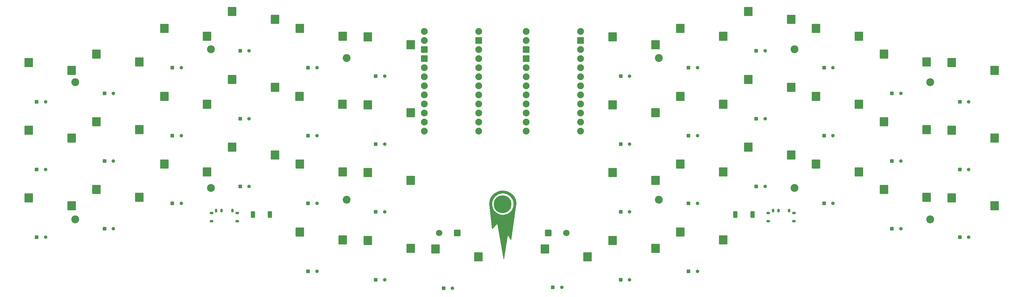
<source format=gbr>
%TF.GenerationSoftware,KiCad,Pcbnew,9.0.4*%
%TF.CreationDate,2025-09-16T20:03:49+03:00*%
%TF.ProjectId,KOMETA,4b4f4d45-5441-42e6-9b69-6361645f7063,rev?*%
%TF.SameCoordinates,Original*%
%TF.FileFunction,Paste,Bot*%
%TF.FilePolarity,Positive*%
%FSLAX46Y46*%
G04 Gerber Fmt 4.6, Leading zero omitted, Abs format (unit mm)*
G04 Created by KiCad (PCBNEW 9.0.4) date 2025-09-16 20:03:49*
%MOMM*%
%LPD*%
G01*
G04 APERTURE LIST*
G04 Aperture macros list*
%AMRoundRect*
0 Rectangle with rounded corners*
0 $1 Rounding radius*
0 $2 $3 $4 $5 $6 $7 $8 $9 X,Y pos of 4 corners*
0 Add a 4 corners polygon primitive as box body*
4,1,4,$2,$3,$4,$5,$6,$7,$8,$9,$2,$3,0*
0 Add four circle primitives for the rounded corners*
1,1,$1+$1,$2,$3*
1,1,$1+$1,$4,$5*
1,1,$1+$1,$6,$7*
1,1,$1+$1,$8,$9*
0 Add four rect primitives between the rounded corners*
20,1,$1+$1,$2,$3,$4,$5,0*
20,1,$1+$1,$4,$5,$6,$7,0*
20,1,$1+$1,$6,$7,$8,$9,0*
20,1,$1+$1,$8,$9,$2,$3,0*%
G04 Aperture macros list end*
%ADD10C,0.000000*%
%ADD11RoundRect,0.200000X0.300000X0.300000X-0.300000X0.300000X-0.300000X-0.300000X0.300000X-0.300000X0*%
%ADD12O,1.000000X1.000000*%
%ADD13C,2.200000*%
%ADD14RoundRect,0.200000X-1.000000X-1.050000X1.000000X-1.050000X1.000000X1.050000X-1.000000X1.050000X0*%
%ADD15RoundRect,0.200000X0.400000X0.700000X-0.400000X0.700000X-0.400000X-0.700000X0.400000X-0.700000X0*%
%ADD16RoundRect,0.199800X0.300200X0.100200X-0.300200X0.100200X-0.300200X-0.100200X0.300200X-0.100200X0*%
%ADD17RoundRect,0.199800X0.100200X-0.300200X0.100200X0.300200X-0.100200X0.300200X-0.100200X-0.300200X0*%
%ADD18C,1.800000*%
%ADD19RoundRect,0.200000X-0.700000X0.700000X-0.700000X-0.700000X0.700000X-0.700000X0.700000X0.700000X0*%
%ADD20O,1.900000X1.900000*%
%ADD21RoundRect,0.250000X-0.700000X-0.700000X0.700000X-0.700000X0.700000X0.700000X-0.700000X0.700000X0*%
%ADD22C,5.000000*%
%ADD23RoundRect,0.200000X0.700000X-0.700000X0.700000X0.700000X-0.700000X0.700000X-0.700000X-0.700000X0*%
%ADD24RoundRect,0.200000X-0.400000X-0.700000X0.400000X-0.700000X0.400000X0.700000X-0.400000X0.700000X0*%
G04 APERTURE END LIST*
D10*
G36*
X207656164Y-161918899D02*
G01*
X207903342Y-161947400D01*
X208148593Y-161992168D01*
X208391087Y-162053188D01*
X208629994Y-162130448D01*
X208864484Y-162223933D01*
X209093726Y-162333630D01*
X209316892Y-162459526D01*
X209536850Y-162593578D01*
X209669239Y-162678585D01*
X209797005Y-162769348D01*
X209919995Y-162865664D01*
X210038055Y-162967333D01*
X210151032Y-163074154D01*
X210258773Y-163185925D01*
X210361124Y-163302444D01*
X210457931Y-163423512D01*
X210549042Y-163548926D01*
X210634304Y-163678485D01*
X210713562Y-163811988D01*
X210786664Y-163949234D01*
X210853456Y-164090022D01*
X210913784Y-164234150D01*
X210967497Y-164381416D01*
X211014439Y-164531621D01*
X211037908Y-164617708D01*
X211059054Y-164704282D01*
X211077873Y-164791295D01*
X211094363Y-164878701D01*
X211108520Y-164966453D01*
X211120341Y-165054504D01*
X211129823Y-165142807D01*
X211136963Y-165231315D01*
X211141758Y-165319982D01*
X211144205Y-165408760D01*
X211144299Y-165497602D01*
X211142039Y-165586462D01*
X211137421Y-165675293D01*
X211130443Y-165764047D01*
X211121099Y-165852679D01*
X211109389Y-165941140D01*
X209738435Y-175683791D01*
X209736928Y-175691875D01*
X209734846Y-175699573D01*
X209732219Y-175706875D01*
X209729081Y-175713778D01*
X209725463Y-175720273D01*
X209721397Y-175726355D01*
X209716915Y-175732017D01*
X209712048Y-175737253D01*
X209706831Y-175742057D01*
X209701293Y-175746422D01*
X209695467Y-175750342D01*
X209689385Y-175753811D01*
X209683080Y-175756821D01*
X209676583Y-175759367D01*
X209669925Y-175761443D01*
X209663140Y-175763042D01*
X209656260Y-175764157D01*
X209649315Y-175764783D01*
X209642339Y-175764912D01*
X209635362Y-175764539D01*
X209628418Y-175763658D01*
X209621538Y-175762261D01*
X209614755Y-175760342D01*
X209608099Y-175757896D01*
X209601604Y-175754916D01*
X209595302Y-175751394D01*
X209589223Y-175747326D01*
X209583401Y-175742704D01*
X209577867Y-175737523D01*
X209572653Y-175731776D01*
X209567792Y-175725456D01*
X209563315Y-175718557D01*
X208922915Y-174641410D01*
X208918472Y-174634562D01*
X208913649Y-174628283D01*
X208908476Y-174622567D01*
X208902986Y-174617408D01*
X208897209Y-174612801D01*
X208891178Y-174608738D01*
X208884923Y-174605215D01*
X208878476Y-174602224D01*
X208871869Y-174599761D01*
X208865133Y-174597819D01*
X208858299Y-174596392D01*
X208851399Y-174595473D01*
X208844465Y-174595058D01*
X208837528Y-174595140D01*
X208830619Y-174595713D01*
X208823770Y-174596771D01*
X208817012Y-174598308D01*
X208810376Y-174600319D01*
X208803895Y-174602796D01*
X208797600Y-174605734D01*
X208791522Y-174609127D01*
X208785692Y-174612969D01*
X208780142Y-174617254D01*
X208774904Y-174621976D01*
X208770009Y-174627129D01*
X208765488Y-174632707D01*
X208761373Y-174638704D01*
X208757695Y-174645114D01*
X208754487Y-174651931D01*
X208751778Y-174659149D01*
X208749601Y-174666762D01*
X208747988Y-174674764D01*
X207717892Y-181073625D01*
X207715918Y-181083194D01*
X207713206Y-181092152D01*
X207709807Y-181100500D01*
X207705769Y-181108237D01*
X207701140Y-181115363D01*
X207695970Y-181121878D01*
X207690307Y-181127781D01*
X207684200Y-181133071D01*
X207677697Y-181137749D01*
X207670848Y-181141813D01*
X207663701Y-181145264D01*
X207656305Y-181148101D01*
X207648708Y-181150323D01*
X207640960Y-181151930D01*
X207633109Y-181152922D01*
X207625204Y-181153299D01*
X207617294Y-181153059D01*
X207609427Y-181152203D01*
X207601652Y-181150729D01*
X207594018Y-181148639D01*
X207586574Y-181145930D01*
X207579368Y-181142603D01*
X207572450Y-181138658D01*
X207565867Y-181134093D01*
X207559669Y-181128909D01*
X207553904Y-181123105D01*
X207548622Y-181116681D01*
X207543870Y-181109636D01*
X207539699Y-181101970D01*
X207536155Y-181093682D01*
X207533289Y-181084773D01*
X207531149Y-181075240D01*
X205799717Y-171394060D01*
X205798135Y-171386768D01*
X205796070Y-171379793D01*
X205793549Y-171373142D01*
X205790596Y-171366821D01*
X205787236Y-171360837D01*
X205783493Y-171355196D01*
X205779393Y-171349905D01*
X205774961Y-171344970D01*
X205770221Y-171340398D01*
X205765198Y-171336195D01*
X205759917Y-171332368D01*
X205754403Y-171328924D01*
X205748680Y-171325869D01*
X205742774Y-171323209D01*
X205736710Y-171320951D01*
X205730512Y-171319102D01*
X205724205Y-171317668D01*
X205717814Y-171316655D01*
X205711364Y-171316071D01*
X205704880Y-171315922D01*
X205698387Y-171316213D01*
X205691908Y-171316953D01*
X205685471Y-171318147D01*
X205679098Y-171319801D01*
X205672815Y-171321923D01*
X205666647Y-171324519D01*
X205660619Y-171327595D01*
X205654756Y-171331159D01*
X205649082Y-171335215D01*
X205643622Y-171339772D01*
X205638402Y-171344836D01*
X205633445Y-171350412D01*
X204515078Y-172705172D01*
X204509962Y-172710918D01*
X204504573Y-172716116D01*
X204498938Y-172720774D01*
X204493085Y-172724900D01*
X204487038Y-172728502D01*
X204480825Y-172731587D01*
X204474472Y-172734163D01*
X204468007Y-172736239D01*
X204461455Y-172737822D01*
X204454843Y-172738920D01*
X204448198Y-172739540D01*
X204441546Y-172739690D01*
X204434914Y-172739379D01*
X204428329Y-172738614D01*
X204421817Y-172737403D01*
X204415404Y-172735753D01*
X204409117Y-172733673D01*
X204402984Y-172731171D01*
X204397030Y-172728253D01*
X204391282Y-172724928D01*
X204385766Y-172721204D01*
X204380510Y-172717089D01*
X204375539Y-172712590D01*
X204370881Y-172707715D01*
X204366562Y-172702472D01*
X204362608Y-172696869D01*
X204359047Y-172690913D01*
X204355904Y-172684613D01*
X204353207Y-172677976D01*
X204350981Y-172671010D01*
X204349254Y-172663723D01*
X204348052Y-172656123D01*
X203582393Y-165824899D01*
X203572866Y-165735227D01*
X203566163Y-165650333D01*
X204360715Y-165650333D01*
X204362081Y-165804091D01*
X204371127Y-165955957D01*
X204387669Y-166105739D01*
X204411522Y-166253248D01*
X204442502Y-166398292D01*
X204480424Y-166540682D01*
X204525103Y-166680225D01*
X204576356Y-166816732D01*
X204633997Y-166950011D01*
X204697841Y-167079872D01*
X204767705Y-167206125D01*
X204843404Y-167328577D01*
X204924753Y-167447040D01*
X205011567Y-167561321D01*
X205103662Y-167671231D01*
X205200854Y-167776578D01*
X205302957Y-167877172D01*
X205409787Y-167972822D01*
X205521160Y-168063337D01*
X205636891Y-168148527D01*
X205756796Y-168228200D01*
X205880689Y-168302167D01*
X206008387Y-168370235D01*
X206139705Y-168432216D01*
X206274457Y-168487917D01*
X206412460Y-168537149D01*
X206553529Y-168579720D01*
X206697480Y-168615439D01*
X206844127Y-168644117D01*
X206993287Y-168665562D01*
X207144774Y-168679583D01*
X207298404Y-168685990D01*
X207452162Y-168684624D01*
X207604027Y-168675578D01*
X207753810Y-168659036D01*
X207901318Y-168635183D01*
X208046363Y-168604203D01*
X208188752Y-168566281D01*
X208328295Y-168521602D01*
X208464802Y-168470349D01*
X208598081Y-168412708D01*
X208727943Y-168348864D01*
X208854195Y-168279000D01*
X208976648Y-168203301D01*
X209095110Y-168121952D01*
X209209392Y-168035138D01*
X209319301Y-167943043D01*
X209424648Y-167845851D01*
X209525242Y-167743748D01*
X209620892Y-167636918D01*
X209711407Y-167525545D01*
X209796597Y-167409813D01*
X209876271Y-167289909D01*
X209950237Y-167166016D01*
X210018306Y-167038318D01*
X210080287Y-166907000D01*
X210135988Y-166772248D01*
X210185220Y-166634245D01*
X210227791Y-166493176D01*
X210263510Y-166349225D01*
X210292188Y-166202578D01*
X210313632Y-166053418D01*
X210327654Y-165901931D01*
X210334060Y-165748301D01*
X210332695Y-165594543D01*
X210323649Y-165442678D01*
X210307107Y-165292895D01*
X210283254Y-165145386D01*
X210252274Y-165000342D01*
X210214352Y-164857953D01*
X210169672Y-164718410D01*
X210118420Y-164581903D01*
X210060779Y-164448624D01*
X209996934Y-164318762D01*
X209927070Y-164192510D01*
X209851372Y-164070057D01*
X209770023Y-163951595D01*
X209683209Y-163837313D01*
X209591113Y-163727404D01*
X209493922Y-163622057D01*
X209391819Y-163521463D01*
X209284988Y-163425813D01*
X209173615Y-163335298D01*
X209057884Y-163250108D01*
X208937979Y-163170435D01*
X208814086Y-163096468D01*
X208686388Y-163028399D01*
X208555071Y-162966419D01*
X208420318Y-162910717D01*
X208282315Y-162861486D01*
X208141246Y-162818915D01*
X207997296Y-162783195D01*
X207850649Y-162754517D01*
X207701489Y-162733073D01*
X207550002Y-162719052D01*
X207396372Y-162712645D01*
X207242614Y-162714010D01*
X207090749Y-162723056D01*
X206940966Y-162739598D01*
X206793457Y-162763451D01*
X206648413Y-162794431D01*
X206506023Y-162832353D01*
X206366480Y-162877033D01*
X206229973Y-162928285D01*
X206096694Y-162985926D01*
X205966833Y-163049771D01*
X205840580Y-163119635D01*
X205718128Y-163195334D01*
X205599665Y-163276682D01*
X205485384Y-163363497D01*
X205375474Y-163455592D01*
X205270127Y-163552783D01*
X205169533Y-163654886D01*
X205073883Y-163761717D01*
X204983368Y-163873090D01*
X204898178Y-163988821D01*
X204818505Y-164108726D01*
X204744538Y-164232619D01*
X204676469Y-164360317D01*
X204614489Y-164491634D01*
X204558788Y-164626387D01*
X204509556Y-164764390D01*
X204466985Y-164905459D01*
X204431266Y-165049409D01*
X204402588Y-165196057D01*
X204381143Y-165345216D01*
X204367122Y-165496703D01*
X204360715Y-165650333D01*
X203566163Y-165650333D01*
X203565777Y-165645445D01*
X203561120Y-165555603D01*
X203558891Y-165465749D01*
X203559086Y-165375931D01*
X203561698Y-165286200D01*
X203566724Y-165196604D01*
X203574159Y-165107191D01*
X203583999Y-165018011D01*
X203596237Y-164929112D01*
X203610870Y-164840544D01*
X203627892Y-164752356D01*
X203647299Y-164664595D01*
X203669087Y-164577311D01*
X203693250Y-164490554D01*
X203719783Y-164404371D01*
X203771293Y-164256689D01*
X203829433Y-164112147D01*
X203894044Y-163970940D01*
X203964966Y-163833263D01*
X204042041Y-163699311D01*
X204125110Y-163569278D01*
X204214015Y-163443359D01*
X204308596Y-163321749D01*
X204408695Y-163204642D01*
X204514153Y-163092234D01*
X204624811Y-162984719D01*
X204740510Y-162882291D01*
X204861092Y-162785146D01*
X204986398Y-162693479D01*
X205116268Y-162607483D01*
X205250545Y-162527354D01*
X205481784Y-162396627D01*
X205708958Y-162278117D01*
X205941675Y-162175997D01*
X206179104Y-162090251D01*
X206420416Y-162020868D01*
X206664780Y-161967832D01*
X206911367Y-161931131D01*
X207159347Y-161910751D01*
X207407889Y-161906678D01*
X207656164Y-161918899D01*
G37*
D11*
%TO.C,D3*%
X114750000Y-127500000D03*
D12*
X117250000Y-127500000D03*
%TD*%
D11*
%TO.C,D41*%
X240350000Y-186875000D03*
D12*
X242850000Y-186875000D03*
%TD*%
D11*
%TO.C,D24*%
X278350000Y-122750000D03*
D12*
X280850000Y-122750000D03*
%TD*%
D13*
%TO.C,H4*%
X87548000Y-170000000D03*
%TD*%
D11*
%TO.C,D19*%
X152750000Y-184500000D03*
D12*
X155250000Y-184500000D03*
%TD*%
D11*
%TO.C,D15*%
X114750000Y-165500000D03*
D12*
X117250000Y-165500000D03*
%TD*%
D11*
%TO.C,D39*%
X335350000Y-175000000D03*
D12*
X337850000Y-175000000D03*
%TD*%
D14*
%TO.C,SW8*%
X105500000Y-144825000D03*
X93500000Y-142625000D03*
%TD*%
D11*
%TO.C,D11*%
X152750000Y-146500000D03*
D12*
X155250000Y-146500000D03*
%TD*%
D14*
%TO.C,SW15*%
X124500000Y-156700000D03*
X112500000Y-154500000D03*
%TD*%
D11*
%TO.C,D33*%
X335350000Y-156000000D03*
D12*
X337850000Y-156000000D03*
%TD*%
D14*
%TO.C,SW4*%
X143500000Y-113950000D03*
X131500000Y-111750000D03*
%TD*%
D13*
%TO.C,H3*%
X289050000Y-122300000D03*
%TD*%
D11*
%TO.C,D17*%
X152750000Y-165500000D03*
D12*
X155250000Y-165500000D03*
%TD*%
D14*
%TO.C,SW37*%
X307100000Y-156700000D03*
X295100000Y-154500000D03*
%TD*%
D11*
%TO.C,D14*%
X95750000Y-172625000D03*
D12*
X98250000Y-172625000D03*
%TD*%
D14*
%TO.C,SW42*%
X269100000Y-175700000D03*
X257100000Y-173500000D03*
%TD*%
D11*
%TO.C,D12*%
X171750000Y-148875000D03*
D12*
X174250000Y-148875000D03*
%TD*%
D14*
%TO.C,SW39*%
X345100000Y-166200000D03*
X333100000Y-164000000D03*
%TD*%
%TO.C,SW31*%
X307100000Y-137700000D03*
X295100000Y-135500000D03*
%TD*%
%TO.C,SW26*%
X326100000Y-125825000D03*
X314100000Y-123625000D03*
%TD*%
D11*
%TO.C,D30*%
X278350000Y-141750000D03*
D12*
X280850000Y-141750000D03*
%TD*%
D11*
%TO.C,D20*%
X171750000Y-186875000D03*
D12*
X174250000Y-186875000D03*
%TD*%
D13*
%TO.C,H12*%
X251050000Y-164500000D03*
%TD*%
D14*
%TO.C,SW27*%
X345100000Y-128200000D03*
X333100000Y-126000000D03*
%TD*%
D11*
%TO.C,D1*%
X76750000Y-137000000D03*
D12*
X79250000Y-137000000D03*
%TD*%
D14*
%TO.C,SW2*%
X105500000Y-125825000D03*
X93500000Y-123625000D03*
%TD*%
D11*
%TO.C,D9*%
X114750000Y-146500000D03*
D12*
X117250000Y-146500000D03*
%TD*%
D11*
%TO.C,D22*%
X240350000Y-129875000D03*
D12*
X242850000Y-129875000D03*
%TD*%
D14*
%TO.C,SW23*%
X269100000Y-118700000D03*
X257100000Y-116500000D03*
%TD*%
D11*
%TO.C,D42*%
X259350000Y-184500000D03*
D12*
X261850000Y-184500000D03*
%TD*%
D11*
%TO.C,D5*%
X152750000Y-127500000D03*
D12*
X155250000Y-127500000D03*
%TD*%
D14*
%TO.C,SW38*%
X326100000Y-163825000D03*
X314100000Y-161625000D03*
%TD*%
D11*
%TO.C,D40*%
X221350000Y-189000000D03*
D12*
X223850000Y-189000000D03*
%TD*%
D14*
%TO.C,SW40*%
X231100000Y-180450000D03*
X219100000Y-178250000D03*
%TD*%
%TO.C,SW28*%
X250100000Y-140075000D03*
X238100000Y-137875000D03*
%TD*%
D11*
%TO.C,D13*%
X76750000Y-175000000D03*
D12*
X79250000Y-175000000D03*
%TD*%
D11*
%TO.C,D16*%
X133750000Y-160750000D03*
D12*
X136250000Y-160750000D03*
%TD*%
D11*
%TO.C,D27*%
X335350000Y-137000000D03*
D12*
X337850000Y-137000000D03*
%TD*%
D15*
%TO.C,R_L1*%
X142100000Y-168600000D03*
X137300000Y-168600000D03*
%TD*%
D14*
%TO.C,SW22*%
X250100000Y-121075000D03*
X238100000Y-118875000D03*
%TD*%
%TO.C,SW24*%
X288100000Y-113950000D03*
X276100000Y-111750000D03*
%TD*%
D11*
%TO.C,D2*%
X95750000Y-134625000D03*
D12*
X98250000Y-134625000D03*
%TD*%
D11*
%TO.C,D6*%
X171750000Y-129875000D03*
D12*
X174250000Y-129875000D03*
%TD*%
D14*
%TO.C,SW12*%
X181500000Y-140075000D03*
X169500000Y-137875000D03*
%TD*%
%TO.C,SW13*%
X86500000Y-166200000D03*
X74500000Y-164000000D03*
%TD*%
%TO.C,SW29*%
X269100000Y-137700000D03*
X257100000Y-135500000D03*
%TD*%
D13*
%TO.C,H11*%
X327050000Y-170000000D03*
%TD*%
D11*
%TO.C,D21*%
X190750000Y-189250000D03*
D12*
X193250000Y-189250000D03*
%TD*%
D11*
%TO.C,D7*%
X76750000Y-156000000D03*
D12*
X79250000Y-156000000D03*
%TD*%
D14*
%TO.C,SW6*%
X181500000Y-121075000D03*
X169500000Y-118875000D03*
%TD*%
%TO.C,SW41*%
X250100000Y-178075000D03*
X238100000Y-175875000D03*
%TD*%
%TO.C,SW1*%
X86500000Y-128200000D03*
X74500000Y-126000000D03*
%TD*%
D11*
%TO.C,D25*%
X297350000Y-127500000D03*
D12*
X299850000Y-127500000D03*
%TD*%
D11*
%TO.C,D23*%
X259350000Y-127500000D03*
D12*
X261850000Y-127500000D03*
%TD*%
D13*
%TO.C,H8*%
X327050000Y-131500000D03*
%TD*%
D11*
%TO.C,D36*%
X278350000Y-160750000D03*
D12*
X280850000Y-160750000D03*
%TD*%
D11*
%TO.C,D4*%
X133750000Y-122750000D03*
D12*
X136250000Y-122750000D03*
%TD*%
D13*
%TO.C,H2*%
X125550000Y-161200000D03*
%TD*%
D14*
%TO.C,SW14*%
X105500000Y-163825000D03*
X93500000Y-161625000D03*
%TD*%
%TO.C,SW18*%
X181500000Y-159075000D03*
X169500000Y-156875000D03*
%TD*%
%TO.C,SW32*%
X326100000Y-144825000D03*
X314100000Y-142625000D03*
%TD*%
D13*
%TO.C,H7*%
X163550000Y-124800000D03*
%TD*%
D14*
%TO.C,SW25*%
X307100000Y-118700000D03*
X295100000Y-116500000D03*
%TD*%
D16*
%TO.C,PS_R1*%
X288900000Y-170443000D03*
X288900000Y-168207000D03*
X281700000Y-170443000D03*
X281700000Y-168207000D03*
D17*
X287550000Y-167500000D03*
X284550000Y-167500000D03*
X283050000Y-167500000D03*
%TD*%
D14*
%TO.C,SW10*%
X143500000Y-132950000D03*
X131500000Y-130750000D03*
%TD*%
D18*
%TO.C,PW_R1*%
X225140000Y-173750000D03*
D19*
X220060000Y-173750000D03*
%TD*%
D16*
%TO.C,PS_L1*%
X132900000Y-170443000D03*
X132900000Y-168207000D03*
X125700000Y-170443000D03*
X125700000Y-168207000D03*
D17*
X131550000Y-167500000D03*
X128550000Y-167500000D03*
X127050000Y-167500000D03*
%TD*%
D20*
%TO.C,SM_L1*%
X185367540Y-117334195D03*
X185367540Y-119874195D03*
D21*
X185367540Y-122414195D03*
X185367540Y-124954195D03*
D20*
X185367540Y-127494195D03*
X185367540Y-130034195D03*
X185367540Y-132574195D03*
X185367540Y-135114195D03*
X185367540Y-137654195D03*
X185367540Y-140194195D03*
X185367540Y-142734195D03*
X185367540Y-145274195D03*
X200607540Y-145274195D03*
X200607540Y-142734195D03*
X200607540Y-140194195D03*
X200607540Y-137654195D03*
X200607540Y-135114195D03*
X200607540Y-132574195D03*
X200607540Y-130034195D03*
X200607540Y-127494195D03*
X200607540Y-124954195D03*
X200607540Y-122414195D03*
D21*
X200607540Y-119874195D03*
D20*
X200607540Y-117334195D03*
%TD*%
D14*
%TO.C,SW36*%
X288100000Y-151950000D03*
X276100000Y-149750000D03*
%TD*%
%TO.C,SW7*%
X86500000Y-147200000D03*
X74500000Y-145000000D03*
%TD*%
D13*
%TO.C,H5*%
X163550000Y-164500000D03*
%TD*%
D14*
%TO.C,SW5*%
X162500000Y-118700000D03*
X150500000Y-116500000D03*
%TD*%
D11*
%TO.C,D32*%
X316350000Y-153625000D03*
D12*
X318850000Y-153625000D03*
%TD*%
D11*
%TO.C,D38*%
X316350000Y-172625000D03*
D12*
X318850000Y-172625000D03*
%TD*%
D22*
%TO.C,KeyChainHole1*%
X207299999Y-165700000D03*
%TD*%
D14*
%TO.C,SW30*%
X288100000Y-132950000D03*
X276100000Y-130750000D03*
%TD*%
D11*
%TO.C,D37*%
X297350000Y-165500000D03*
D12*
X299850000Y-165500000D03*
%TD*%
D13*
%TO.C,H10*%
X125550000Y-122300000D03*
%TD*%
D14*
%TO.C,SW20*%
X181500000Y-178075000D03*
X169500000Y-175875000D03*
%TD*%
D13*
%TO.C,H9*%
X251050000Y-124800000D03*
%TD*%
D14*
%TO.C,SW17*%
X162500000Y-156700000D03*
X150500000Y-154500000D03*
%TD*%
%TO.C,SW19*%
X162500000Y-175700000D03*
X150500000Y-173500000D03*
%TD*%
%TO.C,SW35*%
X269100000Y-156700000D03*
X257100000Y-154500000D03*
%TD*%
D11*
%TO.C,D34*%
X240350000Y-167875000D03*
D12*
X242850000Y-167875000D03*
%TD*%
D14*
%TO.C,SW33*%
X345100000Y-147200000D03*
X333100000Y-145000000D03*
%TD*%
%TO.C,SW11*%
X162420000Y-137700000D03*
X150420000Y-135500000D03*
%TD*%
D11*
%TO.C,D29*%
X259350000Y-146500000D03*
D12*
X261850000Y-146500000D03*
%TD*%
D11*
%TO.C,D31*%
X297350000Y-146500000D03*
D12*
X299850000Y-146500000D03*
%TD*%
D11*
%TO.C,D8*%
X95750000Y-153625000D03*
D12*
X98250000Y-153625000D03*
%TD*%
D14*
%TO.C,SW3*%
X124500000Y-118700000D03*
X112500000Y-116500000D03*
%TD*%
D13*
%TO.C,H1*%
X87550000Y-131500000D03*
%TD*%
D11*
%TO.C,D28*%
X240350000Y-148875000D03*
D12*
X242850000Y-148875000D03*
%TD*%
D14*
%TO.C,SW9*%
X124500000Y-137700000D03*
X112500000Y-135500000D03*
%TD*%
%TO.C,SW16*%
X143500000Y-151950000D03*
X131500000Y-149750000D03*
%TD*%
D13*
%TO.C,H6*%
X289050000Y-161200000D03*
%TD*%
D20*
%TO.C,SM_R1*%
X213918540Y-117334195D03*
X213918540Y-119874195D03*
D21*
X213918540Y-122414195D03*
X213918540Y-124954195D03*
D20*
X213918540Y-127494195D03*
X213918540Y-130034195D03*
X213918540Y-132574195D03*
X213918540Y-135114195D03*
X213918540Y-137654195D03*
X213918540Y-140194195D03*
X213918540Y-142734195D03*
X213918540Y-145274195D03*
X229158540Y-145274195D03*
X229158540Y-142734195D03*
X229158540Y-140194195D03*
X229158540Y-137654195D03*
X229158540Y-135114195D03*
X229158540Y-132574195D03*
X229158540Y-130034195D03*
X229158540Y-127494195D03*
X229158540Y-124954195D03*
X229158540Y-122414195D03*
D21*
X229158540Y-119874195D03*
D20*
X229158540Y-117334195D03*
%TD*%
D11*
%TO.C,D10*%
X133750000Y-141750000D03*
D12*
X136250000Y-141750000D03*
%TD*%
D11*
%TO.C,D26*%
X316350000Y-134625000D03*
D12*
X318850000Y-134625000D03*
%TD*%
D14*
%TO.C,SW34*%
X250100000Y-159075000D03*
X238100000Y-156875000D03*
%TD*%
D11*
%TO.C,D35*%
X259350000Y-165500000D03*
D12*
X261850000Y-165500000D03*
%TD*%
D18*
%TO.C,PW_L1*%
X189460000Y-173750000D03*
D23*
X194540000Y-173750000D03*
%TD*%
D14*
%TO.C,SW21*%
X200500000Y-180450000D03*
X188500000Y-178250000D03*
%TD*%
D24*
%TO.C,R_R1*%
X272500000Y-168600000D03*
X277300000Y-168600000D03*
%TD*%
D11*
%TO.C,D18*%
X171750000Y-167875000D03*
D12*
X174250000Y-167875000D03*
%TD*%
M02*

</source>
